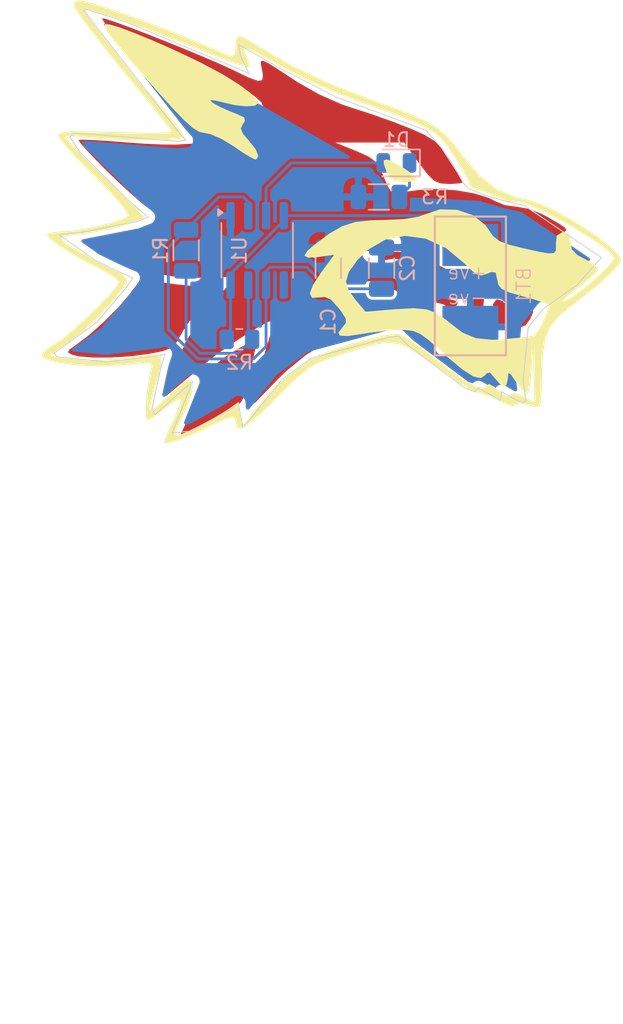
<source format=kicad_pcb>
(kicad_pcb (version 20240108) (generator "pcbnew") (generator_version "8.0")
  (layers (0 "F.Cu" signal) (31 "B.Cu" signal) (34 "B.Paste" user) (35 "F.Paste" user) (36 "B.SilkS" user "B.Silkscreen") (37 "F.SilkS" user "F.Silkscreen") (38 "B.Mask" user) (39 "F.Mask" user) (44 "Edge.Cuts" user))
  (net 0 "")
  (net 1 "+3V3")
  (net 2 "GND")
  (net 3 "Net-(U1-THR)")
  (net 4 "/OUT")
  (net 5 "Net-(D1-K)")
  (net 6 "Net-(U1-DIS)")
  (footprint "1_PCBARTSJCET:teeth F.Cu" (layer "F.Cu") (at 192.858129 145.199293)
    (property "Reference" "" (at 0 0 0) (layer "F.SilkS") (effects (font (size 1.27 1.27))))
    (property "Value" "")
    (fp_poly (pts (xy 2.448979 -50.49532) (xy 2.363938 -49.649095) (xy 2.135965 -49.022506) (xy 1.825806 -48.728115) (xy 1.545301 -48.820784) (xy 1.364711 -49.325908) (xy 1.428802 -50.065148) (xy 1.701695 -50.808927) (xy 1.902742 -51.107831) (xy 2.439892 -51.745744)) (fill solid) (layer "F.Cu"))
    (fp_poly (pts (xy -1.686963 -51.172038) (xy -1.379223 -50.862889) (xy -1.072446 -50.8) (xy -0.639628 -50.682998) (xy -0.546236 -50.529787) (xy -0.317486 -50.310244) (xy 0 -50.259574) (xy 0.443913 -50.153027) (xy 0.546237 -50.005309) (xy 0.373786 -49.656071) (xy 0.039867 -49.569897) (xy -0.119118 -49.691229) (xy -0.467418 -49.892784) (xy -1.138558 -50.082196) (xy -1.351299 -50.122079) (xy -2.236238 -50.357409) (xy -2.749113 -50.671495) (xy -2.835764 -51.004471) (xy -2.44203 -51.296469) (xy -2.42096 -51.304442) (xy -1.894584 -51.405806)) (fill solid) (layer "F.Cu"))
    (fp_poly (pts (xy 3.777831 -50.142183) (xy 3.823656 -50.042914) (xy 4.064467 -49.893982) (xy 4.657921 -49.805124) (xy 4.798597 -49.798913) (xy 5.478513 -49.748655) (xy 5.878313 -49.660863) (xy 5.901296 -49.645172) (xy 5.924211 -49.31899) (xy 5.71534 -48.841485) (xy 5.402973 -48.425298) (xy 5.1154 -48.283068) (xy 5.087008 -48.295494) (xy 4.440311 -48.463209) (xy 3.678411 -48.403457) (xy 3.339722 -48.271074) (xy 3.116173 -48.290628) (xy 3.015735 -48.749439) (xy 3.004302 -49.162776) (xy 3.069994 -49.920314) (xy 3.288523 -50.236929) (xy 3.413979 -50.259574)) (fill solid) (layer "F.Cu"))
    (fp_poly (pts (xy -5.592415 -52.410857) (xy -5.204273 -52.215327) (xy -4.885305 -52.237332) (xy -4.46645 -52.243076) (xy -4.369892 -52.125766) (xy -4.135423 -51.943547) (xy -3.66707 -51.880851) (xy -3.147866 -51.781728) (xy -3.051182 -51.435889) (xy -3.05569 -51.411082) (xy -3.33781 -50.989449) (xy -3.807754 -50.840536) (xy -4.212276 -51.038655) (xy -4.230853 -51.066243) (xy -4.606912 -51.238528) (xy -4.939113 -51.198101) (xy -5.372054 -51.189307) (xy -5.462365 -51.353732) (xy -5.677538 -51.558816) (xy -6.008602 -51.532344) (xy -6.450502 -51.567114) (xy -6.540469 -51.884202) (xy -6.250166 -52.33054) (xy -6.169476 -52.401311) (xy -5.785736 -52.57612)) (fill solid) (layer "F.Cu"))
    (fp_poly (pts (xy -3.325093 -53.613434) (xy -2.62502 -53.45269) (xy -2.222813 -53.263518) (xy -2.184946 -53.197379) (xy -1.955645 -53.006481) (xy -1.632853 -52.961702) (xy -1.094921 -52.826506) (xy -0.402923 -52.488897) (xy 0.285523 -52.050846) (xy 0.812798 -51.614323) (xy 1.021285 -51.281299) (xy 1.015859 -51.248134) (xy 0.701518 -50.941563) (xy 0.078066 -51.04456) (xy -0.204838 -51.169368) (xy -0.675001 -51.528098) (xy -0.819354 -51.831289) (xy -0.985314 -52.064898) (xy -1.541931 -52.03602) (xy -1.638709 -52.015957) (xy -2.222601 -51.947836) (xy -2.44115 -52.129424) (xy -2.458064 -52.296215) (xy -2.613959 -52.62815) (xy -3.004301 -52.613195) (xy -3.460098 -52.635817) (xy -3.550537 -52.873363) (xy -3.676354 -53.13076) (xy -4.136482 -53.145556) (xy -4.438172 -53.091138) (xy -5.011184 -52.992329) (xy -5.13339 -53.067539) (xy -4.895523 -53.350616) (xy -4.440179 -53.632969) (xy -3.75483 -53.668585)) (fill solid) (layer "F.Cu"))
  )
  (footprint "1_PCBARTSJCET:fr4 eyes F.Mask" (layer "F.Cu") (at 199 143.29)
    (property "Reference" "" (at 0 0 0) (layer "F.SilkS") (effects (font (size 1.27 1.27))))
    (property "Value" "")
  )
  (footprint "1_PCBARTSJCET:sjcet_copper_red F.Cu" (layer "F.Cu") (at 191.892907 146.419727)
    (property "Reference" "" (at 0 0 0) (layer "F.SilkS") (effects (font (size 1.27 1.27))))
    (property "Value" "")
    (fp_poly (pts (xy -12.962405 -47.91865) (xy -13.12809 -47.171998) (xy -13.308819 -46.213111) (xy -13.367174 -45.866575) (xy -13.586107 -44.987618) (xy -13.89541 -44.273011) (xy -14.031134 -44.08235) (xy -14.582575 -43.636116) (xy -15.446587 -43.093126) (xy -16.430373 -42.561727) (xy -17.341135 -42.150268) (xy -17.679674 -42.031944) (xy -18.289457 -41.849533) (xy -17.614063 -43.284873) (xy -17.241559 -44.172159) (xy -16.995109 -44.942333) (xy -16.936001 -45.300199) (xy -16.703221 -45.884056) (xy -16.079561 -46.596584) (xy -15.170319 -47.340448) (xy -14.08079 -48.018316) (xy -13.885884 -48.11965) (xy -12.765451 -48.685172)) (fill solid) (layer "F.Cu"))
    (fp_poly (pts (xy -24.560063 -62.855827) (xy -23.508019 -62.789095) (xy -22.291422 -62.692161) (xy -20.918021 -62.592842) (xy -19.64458 -62.536052) (xy -18.627265 -62.526732) (xy -18.08554 -62.559112) (xy -17.444367 -62.595955) (xy -16.908943 -62.440067) (xy -16.287318 -62.013448) (xy -15.863263 -61.656099) (xy -14.656634 -60.609441) (xy -16.27294 -59.526754) (xy -17.554052 -58.703442) (xy -18.64597 -58.069454) (xy -19.462332 -57.671987) (xy -19.880065 -57.555319) (xy -20.213231 -57.716846) (xy -20.79413 -58.128898) (xy -21.173872 -58.43351) (xy -21.90801 -59.07667) (xy -22.750671 -59.860467) (xy -23.615822 -60.698561) (xy -24.417434 -61.504614) (xy -25.069473 -62.192284) (xy -25.48591 -62.675231) (xy -25.588079 -62.863566) (xy -25.290428 -62.882575)) (fill solid) (layer "F.Cu"))
    (fp_poly (pts (xy -20.348675 -52.808875) (xy -20.347311 -52.808576) (xy -19.647835 -52.690347) (xy -18.63578 -52.56016) (xy -17.647223 -52.457501) (xy -15.76649 -52.28617) (xy -16.77919 -51.088989) (xy -17.458412 -50.21391) (xy -18.067301 -49.310146) (xy -18.308919 -48.889127) (xy -18.636034 -48.333235) (xy -19.009151 -47.994632) (xy -19.592944 -47.778257) (xy -20.552088 -47.589052) (xy -20.564916 -47.58684) (xy -21.888796 -47.414742) (xy -23.273495 -47.326784) (xy -24.557005 -47.324825) (xy -25.577314 -47.410724) (xy -26.047611 -47.523907) (xy -26.342136 -47.687754) (xy -26.252988 -47.891897) (xy -25.774493 -48.228792) (xy -24.846945 -48.925672) (xy -23.78904 -49.866244) (xy -22.774283 -50.883422) (xy -21.976179 -51.81012) (xy -21.793144 -52.062828) (xy -21.333918 -52.652309) (xy -20.920316 -52.865976)) (fill solid) (layer "F.Cu"))
    (fp_poly (pts (xy -23.627407 -71.495895) (xy -22.937191 -71.266834) (xy -21.933557 -70.89962) (xy -20.710839 -70.431599) (xy -19.36337 -69.90012) (xy -17.985484 -69.342531) (xy -16.671514 -68.796181) (xy -15.515794 -68.298416) (xy -14.612658 -67.886585) (xy -14.414777 -67.790209) (xy -13.394104 -67.301562) (xy -12.772269 -67.07789) (xy -12.470306 -67.122256) (xy -12.409252 -67.437726) (xy -12.476342 -67.86542) (xy -12.55585 -68.257153) (xy -12.558245 -68.484963) (xy -12.411639 -68.524262) (xy -12.044142 -68.350461) (xy -11.383866 -67.938971) (xy -10.35892 -67.265202) (xy -9.968817 -67.007749) (xy -8.444414 -66.136177) (xy -6.795067 -65.40708) (xy -6.008602 -65.139604) (xy -4.646407 -64.702245) (xy -3.139316 -64.168502) (xy -1.969324 -63.716114) (xy -0.903761 -63.248444) (xy -0.184821 -62.818963) (xy 0.358973 -62.294649) (xy 0.899099 -61.542479) (xy 0.966697 -61.438501) (xy 1.453671 -60.666647) (xy 1.794894 -60.090109) (xy 1.911828 -59.846881) (xy 1.669958 -59.764021) (xy 1.068913 -59.719469) (xy 0.867111 -59.717021) (xy 0.273556 -59.75801) (xy -0.178806 -59.948479) (xy -0.63475 -60.389679) (xy -1.239053 -61.182865) (xy -1.249556 -61.197364) (xy -2.321505 -62.677707) (xy -4.779569 -62.675233) (xy -7.237634 -62.672759) (xy -5.743029 -62.073081) (xy -4.862124 -61.67865) (xy -4.332985 -61.283009) (xy -3.984954 -60.727126) (xy -3.794654 -60.257447) (xy -3.485087 -59.550285) (xy -3.207747 -59.118369) (xy -3.104313 -59.054363) (xy -2.722975 -59.096934) (xy -1.981857 -59.193691) (xy -1.284676 -59.289719) (xy -0.01592 -59.360521) (xy 1.374262 -59.269018) (xy 2.700512 -59.042625) (xy 3.777473 -58.70876) (xy 4.215579 -58.47617) (xy 4.873002 -58.209097) (xy 5.69198 -58.095775) (xy 5.70398 -58.095744) (xy 6.50232 -57.957123) (xy 7.456398 -57.604835) (xy 7.896435 -57.38067) (xy 8.737074 -56.895844) (xy 9.174353 -56.602682) (xy 9.276322 -56.419835) (xy 9.111033 -56.265955) (xy 8.919374 -56.157841) (xy 8.558638 -55.74265) (xy 8.585455 -55.232363) (xy 8.655947 -54.8717) (xy 8.581365 -54.671023) (xy 8.270195 -54.621595) (xy 7.630924 -54.71468) (xy 6.572039 -54.941539) (xy 6.263971 -55.010718) (xy 5.178691 -55.291745) (xy 4.462776 -55.596882) (xy 3.943344 -56.015442) (xy 3.653022 -56.359543) (xy 2.698081 -57.222584) (xy 1.560319 -57.662945) (xy 0.374824 -57.642566) (xy -0.199511 -57.44493) (xy -1.251375 -57.151979) (xy -2.815537 -57.021953) (xy -3.369773 -57.014893) (xy -4.550177 -56.994432) (xy -5.368841 -56.905891) (xy -6.00956 -56.708532) (xy -6.656131 -56.361621) (xy -6.842765 -56.245143) (xy -7.649737 -55.687432) (xy -8.328668 -55.139806) (xy -8.555426 -54.917966) (xy -8.850037 -54.564205) (xy -8.806077 -54.447831) (xy -8.342889 -54.520016) (xy -8.016858 -54.591933) (xy -7.333892 -54.717796) (xy -6.923443 -54.743433) (xy -6.885138 -54.729622) (xy -6.981624 -54.480686) (xy -7.326994 -53.924076) (xy -7.790724 -53.258384) (xy -8.791024 -51.880851) (xy -7.959949 -51.880851) (xy -7.27094 -51.741417) (xy -6.658447 -51.248289) (xy -6.399271 -50.934469) (xy -6.002945 -50.337985) (xy -5.903988 -49.865081) (xy -6.152804 -49.435128) (xy -6.799798 -48.967496) (xy -7.895372 -48.381556) (xy -8.040647 -48.308806) (xy -9.367875 -47.487099) (xy -10.749018 -46.357688) (xy -11.361745 -45.761288) (xy -13.027791 -44.039587) (xy -12.800974 -45.470593) (xy -12.571097 -46.580918) (xy -12.236616 -47.824134) (xy -12.037273 -48.44548) (xy -11.786818 -49.254133) (xy -11.672498 -49.813048) (xy -11.706584 -49.989361) (xy -12.0997 -49.842997) (xy -12.809434 -49.456233) (xy -13.711403 -48.907568) (xy -14.681222 -48.275497) (xy -15.594509 -47.638517) (xy -16.32688 -47.075124) (xy -16.334569 -47.068707) (xy -17.205797 -46.342345) (xy -18.079924 -45.616134) (xy -18.450795 -45.309123) (xy -19.373402 -44.546971) (xy -18.946767 -45.984655) (xy -17.921482 -48.486659) (xy -16.396801 -50.775639) (xy -15.77258 -51.495688) (xy -15.131826 -52.207366) (xy -14.668202 -52.754547) (xy -14.476108 -53.025508) (xy -14.475268 -53.031063) (xy -14.724153 -53.077514) (xy -15.377989 -53.077324) (xy -16.297552 -53.03073) (xy -16.337915 -53.027903) (xy -18.173411 -53.019811) (xy -19.925468 -53.294647) (xy -21.769327 -53.890021) (xy -23.149108 -54.489687) (xy -25.261924 -55.481638) (xy -23.599255 -55.817184) (xy -21.409469 -56.427809) (xy -19.101381 -57.36498) (xy -16.896278 -58.531947) (xy -15.856923 -59.202233) (xy -14.987279 -59.827673) (xy -14.321651 -60.346767) (xy -13.963531 -60.677085) (xy -13.92956 -60.737357) (xy -14.138164 -60.980158) (xy -14.680716 -61.416695) (xy -15.331152 -61.877766) (xy -16.234612 -62.576739) (xy -17.25488 -63.499968) (xy -18.16849 -64.444787) (xy -19.138822 -65.558164) (xy -20.153805 -66.752565) (xy -21.154686 -67.955287) (xy -22.082713 -69.093628) (xy -22.879134 -70.094886) (xy -23.257792 -70.589383) (xy -22.741807 -70.589383) (xy -22.62915 -70.325306) (xy -22.21343 -69.782323) (xy -21.479248 -68.908034) (xy -20.786915 -68.093617) (xy -19.218112 -66.294051) (xy -17.930065 -64.926672) (xy -16.90253 -63.972694) (xy -16.11526 -63.413329) (xy -15.548014 -63.229792) (xy -15.545566 -63.229787) (xy -14.899283 -63.064344) (xy -14.111516 -62.64702) (xy -13.792473 -62.419149) (xy -13.017713 -61.860054) (xy -12.570807 -61.642966) (xy -12.481136 -61.767163) (xy -12.77808 -62.231923) (xy -12.948839 -62.439881) (xy -13.455976 -63.081089) (xy -13.62373 -63.486647) (xy -13.490127 -63.81159) (xy -13.328172 -63.986383) (xy -13.174824 -64.24337) (xy -13.509015 -64.310638) (xy -13.936928 -64.42029) (xy -14.584748 -64.69499) (xy -15.297632 -65.053359) (xy -15.920739 -65.414014) (xy -16.299226 -65.695575) (xy -16.33989 -65.798477) (xy -16.049254 -65.784926) (xy -15.392261 -65.657085) (xy -14.756778 -65.504442) (xy -13.827738 -65.289852) (xy -13.047478 -65.150805) (xy -12.72594 -65.121276) (xy -12.395545 -65.226774) (xy -12.503991 -65.520159) (xy -12.992349 -65.96677) (xy -13.80169 -66.531948) (xy -14.873084 -67.181031) (xy -16.147601 -67.87936) (xy -17.566313 -68.592272) (xy -19.070289 -69.285108) (xy -20.600601 -69.923207) (xy -21.415394 -70.23217) (xy -22.119529 -70.490415) (xy -22.5668 -70.626952) (xy -22.741807 -70.589383) (xy -23.257792 -70.589383) (xy -23.485198 -70.886357) (xy -23.842152 -71.39534) (xy -23.909871 -71.549453)) (fill solid) (layer "F.Cu"))
  )
  (footprint "1_PCBARTSJCET:lasttrysilkscreen kicad F.SilkS" (layer "F.Cu") (at 185.370124 92.791116)
    (property "Reference" "" (at 0 0 0) (layer "F.SilkS") (effects (font (size 1.27 1.27))))
    (property "Value" "")
    (fp_poly (pts (xy 3.375085 -7.697882) (xy 3.97044 -7.363128) (xy 4.579684 -6.952079) (xy 5.020307 -6.584902) (xy 5.130697 -6.417554) (xy 4.895225 -6.283974) (xy 4.311398 -6.216783) (xy 4.181609 -6.214894) (xy 3.480067 -6.29704) (xy 3.098985 -6.621472) (xy 2.965652 -6.908017) (xy 2.750776 -7.519301) (xy 2.743287 -7.779171) (xy 2.944861 -7.835952) (xy 2.976129 -7.836171)) (fill solid) (layer "F.SilkS"))
    (fp_poly (pts (xy -16.860658 -17.474909) (xy -16.13079 -17.259318) (xy -15.086756 -16.873806) (xy -13.813997 -16.352568) (xy -12.397952 -15.7298) (xy -10.924059 -15.039699) (xy -10.243966 -14.705966) (xy -8.829186 -13.951874) (xy -7.650725 -13.228144) (xy -6.78138 -12.5861) (xy -6.293945 -12.077064) (xy -6.214894 -11.865342) (xy -6.451391 -11.678637) (xy -7.062455 -11.629884) (xy -7.900445 -11.717896) (xy -8.630696 -11.884741) (xy -9.263297 -12.038766) (xy -9.622148 -12.074274) (xy -9.641803 -12.06529) (xy -9.499096 -11.89482) (xy -8.984194 -11.606404) (xy -8.231695 -11.269761) (xy -7.739248 -11.079822) (xy -7.231142 -10.841061) (xy -7.170598 -10.58962) (xy -7.30757 -10.388944) (xy -7.469716 -10.046472) (xy -7.302696 -9.653963) (xy -6.93162 -9.230232) (xy -6.421551 -8.589753) (xy -6.215384 -8.093988) (xy -6.349969 -7.846912) (xy -6.437543 -7.836171) (xy -6.760945 -7.98193) (xy -7.373722 -8.360187) (xy -7.990403 -8.781915) (xy -8.83689 -9.298787) (xy -9.628454 -9.642057) (xy -10.052958 -9.72766) (xy -10.439482 -9.807997) (xy -10.903424 -10.088634) (xy -11.514232 -10.629014) (xy -12.34135 -11.488576) (xy -13.130966 -12.362235) (xy -14.552443 -13.969498) (xy -15.63581 -15.221297) (xy -16.412135 -16.156842) (xy -16.912485 -16.815345) (xy -17.167928 -17.236016) (xy -17.20953 -17.458064) (xy -17.190922 -17.486384)) (fill solid) (layer "F.SilkS"))
    (fp_poly (pts (xy -18.412864 -19.089345) (xy -17.524795 -18.82635) (xy -16.340624 -18.432555) (xy -14.96259 -17.944394) (xy -13.49293 -17.398303) (xy -12.033884 -16.830714) (xy -10.687689 -16.278063) (xy -10.403192 -16.156212) (xy -9.447273 -15.744673) (xy -8.664338 -15.410764) (xy -8.204838 -15.218594) (xy -8.173937 -15.20628) (xy -7.917009 -15.323014) (xy -7.836171 -15.913644) (xy -7.80941 -16.441612) (xy -7.664767 -16.665077) (xy -7.305703 -16.585656) (xy -6.635675 -16.204967) (xy -6.214894 -15.940805) (xy -3.774503 -14.525162) (xy -1.189747 -13.298082) (xy 1.736792 -12.165904) (xy 1.756382 -12.158996) (xy 3.505834 -11.530936) (xy 4.833775 -11.012694) (xy 5.832992 -10.548081) (xy 6.596271 -10.080902) (xy 7.216398 -9.554967) (xy 7.786157 -8.914084) (xy 8.353617 -8.163645) (xy 9.567369 -6.721634) (xy 10.80557 -5.744963) (xy 12.168535 -5.163894) (xy 12.897636 -5.004843) (xy 13.740145 -4.759266) (xy 14.790406 -4.296214) (xy 15.94596 -3.680887) (xy 17.104346 -2.978486) (xy 18.163105 -2.254212) (xy 19.019777 -1.573266) (xy 19.571903 -1.000848) (xy 19.725531 -0.659873) (xy 19.510368 -0.257417) (xy 18.904925 0.388228) (xy 17.969273 1.221513) (xy 16.763483 2.186892) (xy 16.138142 2.657446) (xy 15.240917 3.401372) (xy 14.638505 4.151432) (xy 14.276148 5.040643) (xy 14.099086 6.202024) (xy 14.05257 7.723581) (xy 14.030373 8.691513) (xy 13.973412 9.432187) (xy 13.893699 9.793859) (xy 13.888173 9.800479) (xy 13.545343 9.83377) (xy 13.015601 9.693549) (xy 12.417328 9.560709) (xy 12.211597 9.706696) (xy 11.933098 9.781454) (xy 11.317755 9.561119) (xy 11.125126 9.463657) (xy 10.300373 9.084077) (xy 9.537508 8.821859) (xy 9.421444 8.795) (xy 8.916881 8.578944) (xy 8.108356 8.10614) (xy 7.118137 7.452081) (xy 6.313997 6.876306) (xy 5.265404 6.111453) (xy 4.445519 5.594641) (xy 3.726748 5.311694) (xy 2.981496 5.248438) (xy 2.082166 5.390697) (xy 0.901164 5.724296) (xy -0.374758 6.133217) (xy -1.321527 6.455715) (xy -2.05297 6.769425) (xy -2.694636 7.159938) (xy -3.372074 7.712842) (xy -4.210831 8.513727) (xy -4.93748 9.243735) (xy -6.059357 10.34334) (xy -6.87319 11.048214) (xy -7.415773 11.379733) (xy -7.723902 11.359274) (xy -7.834373 11.008211) (xy -7.836171 10.927669) (xy -7.889349 10.651754) (xy -8.108373 10.575893) (xy -8.582477 10.71805) (xy -9.400893 11.096188) (xy -9.892364 11.341601) (xy -10.940406 11.831143) (xy -11.869985 12.194871) (xy -12.572826 12.397282) (xy -12.940653 12.402875) (xy -12.970213 12.350805) (xy -12.865358 12.050538) (xy -12.593838 11.414553) (xy -12.305806 10.779181) (xy -11.967469 9.994581) (xy -11.770952 9.429596) (xy -11.751477 9.235047) (xy -12.00278 9.326472) (xy -12.521805 9.681722) (xy -12.88277 9.966739) (xy -13.525551 10.458021) (xy -14.012441 10.761304) (xy -14.151124 10.80851) (xy -14.244703 10.567666) (xy -14.261402 9.948344) (xy -14.211845 9.105362) (xy -14.106652 8.193538) (xy -13.956446 7.367688) (xy -13.899663 7.143463) (xy -13.847064 6.866593) (xy -13.951092 6.719111) (xy -14.314229 6.684851) (xy -15.038956 6.747647) (xy -15.817819 6.840884) (xy -17.067423 6.927904) (xy -18.39791 6.912132) (xy -19.670817 6.807413) (xy -20.747684 6.627589) (xy -21.490047 6.386503) (xy -21.685778 6.254222) (xy -21.666908 6.147449) (xy -21.076052 6.147449) (xy -20.231909 6.316277) (xy -19.002242 6.454587) (xy -17.485814 6.469857) (xy -15.921001 6.366697) (xy -14.847277 6.212157) (xy -14.009246 6.096115) (xy -13.394105 6.08968) (xy -13.196945 6.150289) (xy -13.141939 6.51332) (xy -13.244277 7.19126) (xy -13.343523 7.571642) (xy -13.715315 8.843019) (xy -13.919074 9.642299) (xy -13.937638 10.016323) (xy -13.753842 10.011933) (xy -13.350526 9.675972) (xy -12.776324 9.11968) (xy -11.870415 8.294271) (xy -11.267883 7.898598) (xy -10.94996 7.928485) (xy -10.897877 8.379755) (xy -10.955124 8.714361) (xy -11.210719 9.554501) (xy -11.590469 10.469711) (xy -11.652125 10.595086) (xy -12.025032 11.360432) (xy -12.141099 11.76933) (xy -11.943319 11.849753) (xy -11.374683 11.629672) (xy -10.461762 11.179175) (xy -9.541746 10.690564) (xy -8.710976 10.207684) (xy -8.34183 9.968164) (xy -7.631532 9.46734) (xy -7.462578 10.31211) (xy -7.293624 11.15688) (xy -6.510112 10.075272) (xy -4.859107 8.158343) (xy -3.025469 6.727666) (xy -2.002936 6.172042) (xy -0.937138 5.740299) (xy 0.363305 5.316998) (xy 1.713665 4.952182) (xy 2.929216 4.695894) (xy 3.806247 4.598308) (xy 4.206627 4.757139) (xy 4.889595 5.183154) (xy 5.72596 5.79354) (xy 5.964464 5.981734) (xy 7.422403 7.118082) (xy 8.525936 7.897624) (xy 9.308547 8.339852) (xy 9.803721 8.464258) (xy 10.019255 8.341996) (xy 10.262539 8.182996) (xy 10.66232 8.391478) (xy 10.966451 8.653889) (xy 11.520099 9.064731) (xy 11.798042 9.021579) (xy 11.812502 8.988587) (xy 12.01796 8.812133) (xy 12.484737 8.946849) (xy 12.721179 9.06308) (xy 13.510638 9.471325) (xy 13.458573 7.505343) (xy 13.406509 5.539361) (xy 13.310573 7.228191) (xy 13.227248 8.103211) (xy 13.104898 8.713549) (xy 12.983854 8.917021) (xy 12.703195 8.710356) (xy 12.296318 8.19785) (xy 12.190661 8.038829) (xy 11.83077 7.510107) (xy 11.667675 7.41076) (xy 11.624508 7.704154) (xy 11.623701 7.768617) (xy 11.524035 8.243352) (xy 11.364258 8.376595) (xy 11.03603 8.17772) (xy 10.681108 7.768617) (xy 10.339389 7.3758) (xy 10.104672 7.42007) (xy 10.009605 7.550594) (xy 9.681436 7.773178) (xy 9.152474 7.6517) (xy 8.381466 7.163902) (xy 7.327158 6.287527) (xy 6.829404 5.834799) (xy 5.978688 5.07409) (xy 5.361066 4.621047) (xy 4.83085 4.397872) (xy 4.242353 4.326764) (xy 3.999149 4.323404) (xy 3.024637 4.376257) (xy 1.861838 4.511155) (xy 1.239133 4.612201) (xy 0.184734 4.767138) (xy -0.384865 4.742887) (xy -0.497861 4.530243) (xy -0.203829 4.141214) (xy 0.04229 3.825663) (xy 0.018747 3.500761) (xy -0.308627 2.990453) (xy -0.468244 2.778754) (xy -1.015497 2.176322) (xy -1.487246 1.976267) (xy -1.785495 2.009757) (xy -2.372291 2.038775) (xy -2.540775 1.727551) (xy -2.290962 1.077986) (xy -2.158315 0.876997) (xy 0.047982 0.876997) (xy 0.254412 1.53102) (xy 0.725261 2.171523) (xy 1.450522 3.033447) (xy 3.547934 2.850487) (xy 4.862707 2.779789) (xy 5.813413 2.865021) (xy 6.56383 3.146182) (xy 7.277735 3.66327) (xy 7.430851 3.798794) (xy 8.383541 4.526928) (xy 9.345152 4.920359) (xy 10.501543 5.033163) (xy 11.484042 4.978096) (xy 12.439491 4.880199) (xy 13.163168 4.788823) (xy 13.505812 4.722945) (xy 13.510638 4.720438) (xy 13.769257 4.403333) (xy 14.083506 3.827625) (xy 14.363402 3.190764) (xy 14.51896 2.690201) (xy 14.509053 2.52962) (xy 14.177144 2.378602) (xy 13.477356 2.151039) (xy 12.641696 1.917809) (xy 11.710525 1.651005) (xy 11.184716 1.408864) (xy 10.93974 1.109861) (xy 10.859407 0.751019) (xy 10.746644 0.2507) (xy 10.466366 0.186538) (xy 10.132241 0.319714) (xy 9.698296 0.448856) (xy 9.307411 0.323974) (xy 8.79622 -0.126372) (xy 8.567755 -0.364443) (xy 7.199504 -1.50895) (xy 5.743293 -2.183131) (xy 4.270829 -2.384352) (xy 2.853817 -2.109982) (xy 1.563965 -1.357387) (xy 0.857981 -0.647535) (xy 0.246651 0.204343) (xy 0.047982 0.876997) (xy -2.158315 0.876997) (xy -1.77097 0.290083) (xy -0.801457 -1.030658) (xy -1.886899 -0.88507) (xy -2.658479 -0.833358) (xy -2.92593 -0.970703) (xy -2.700156 -1.322465) (xy -2.244906 -1.717494) (xy -1.128568 -2.555697) (xy -0.203177 -3.0843) (xy 0.72473 -3.373555) (xy 1.848618 -3.493716) (xy 2.702127 -3.513908) (xy 4.160964 -3.58075) (xy 5.218701 -3.748541) (xy 5.674468 -3.918086) (xy 6.775954 -4.278165) (xy 7.977016 -4.247866) (xy 9.106422 -3.867112) (xy 9.992941 -3.175827) (xy 10.219867 -2.858275) (xy 10.571353 -2.356918) (xy 11.006765 -2.018865) (xy 11.679273 -1.759725) (xy 12.660503 -1.51358) (xy 13.804189 -1.258761) (xy 14.51819 -1.13551) (xy 14.900003 -1.156493) (xy 15.047127 -1.334374) (xy 15.057058 -1.681818) (xy 15.047679 -1.823662) (xy 15.11623 -2.404571) (xy 15.491078 -2.63621) (xy 15.548775 -2.645754) (xy 15.952239 -2.597732) (xy 16.085885 -2.200136) (xy 16.0892 -1.977012) (xy 16.186183 -1.425782) (xy 16.586597 -1.019658) (xy 17.090957 -0.747475) (xy 17.721412 -0.394256) (xy 18.075935 -0.091578) (xy 18.104255 -0.02058) (xy 17.906353 0.268603) (xy 17.398171 0.747697) (xy 16.955851 1.106226) (xy 16.068475 1.802561) (xy 15.599882 2.206676) (xy 15.55641 2.311747) (xy 15.944399 2.110947) (xy 16.120729 2.005365) (xy 16.810356 1.525022) (xy 17.580203 0.898916) (xy 18.3102 0.237419) (xy 18.880276 -0.349097) (xy 19.170359 -0.750262) (xy 19.185106 -0.811462) (xy 18.957448 -1.1437) (xy 18.344779 -1.642741) (xy 17.452555 -2.24845) (xy 16.386232 -2.900691) (xy 15.251265 -3.539327) (xy 14.153112 -4.104223) (xy 13.197228 -4.535242) (xy 12.489069 -4.772249) (xy 12.204294 -4.792246) (xy 11.686692 -4.840481) (xy 10.957588 -5.087371) (xy 10.751722 -5.182149) (xy 10.015939 -5.496198) (xy 9.432662 -5.665142) (xy 9.333105 -5.674469) (xy 8.967081 -5.842192) (xy 8.917021 -5.993396) (xy 8.777639 -6.361329) (xy 8.40956 -7.039448) (xy 7.887882 -7.890986) (xy 7.803154 -8.021952) (xy 7.348741 -8.69496) (xy 6.918525 -9.230457) (xy 6.431717 -9.675238) (xy 5.807526 -10.076102) (xy 4.965164 -10.479845) (xy 3.82384 -10.933264) (xy 2.302764 -11.483156) (xy 1.099751 -11.904858) (xy -0.460874 -12.501389) (xy -2.140321 -13.227734) (xy -3.704146 -13.978686) (xy -4.620383 -14.471795) (xy -5.652711 -15.052355) (xy -6.499663 -15.502506) (xy -7.061349 -15.770814) (xy -7.238353 -15.819804) (xy -7.204628 -15.536068) (xy -7.025532 -15.131915) (xy -6.835675 -14.635709) (xy -6.850892 -14.405846) (xy -7.141565 -14.445728) (xy -7.822236 -14.660862) (xy -8.785744 -15.014621) (xy -9.729752 -15.389848) (xy -11.20989 -15.983778) (xy -12.75161 -16.579935) (xy -14.270292 -17.148126) (xy -15.681314 -17.658157) (xy -16.900057 -18.079836) (xy -17.841899 -18.382969) (xy -18.422222 -18.537363) (xy -18.566399 -18.542822) (xy -18.463137 -18.287272) (xy -18.067754 -17.69457) (xy -17.438269 -16.839222) (xy -16.632699 -15.795731) (xy -15.709064 -14.638604) (xy -14.725382 -13.442346) (xy -13.739671 -12.281462) (xy -13.288007 -11.764522) (xy -12.521744 -10.865022) (xy -11.929278 -10.107898) (xy -11.579558 -9.585327) (xy -11.519448 -9.400161) (xy -11.835056 -9.308078) (xy -12.568693 -9.24527) (xy -13.598788 -9.211193) (xy -14.803769 -9.205302) (xy -16.062063 -9.227055) (xy -17.252097 -9.275907) (xy -18.2523 -9.351315) (xy -18.847341 -9.432933) (xy -19.541377 -9.524361) (xy -19.94987 -9.495368) (xy -19.995745 -9.445774) (xy -19.809583 -9.195504) (xy -19.297339 -8.647652) (xy -18.528372 -7.872988) (xy -17.572042 -6.942282) (xy -17.115855 -6.507336) (xy -16.110896 -5.541689) (xy -15.273914 -4.711909) (xy -14.67076 -4.085335) (xy -14.367284 -3.729302) (xy -14.346174 -3.675158) (xy -14.807805 -3.435311) (xy -15.64355 -3.15703) (xy -16.693052 -2.881858) (xy -17.795951 -2.651343) (xy -18.791889 -2.507031) (xy -18.889465 -2.498081) (xy -19.690445 -2.415289) (xy -20.152426 -2.304307) (xy -20.248136 -2.126431) (xy -19.950304 -1.842956) (xy -19.231657 -1.415175) (xy -18.064921 -0.804383) (xy -17.490058 -0.512016) (xy -16.479544 0.016454) (xy -15.880884 0.387169) (xy -15.614923 0.668138) (xy -15.602505 0.92737) (xy -15.660941 1.059549) (xy -16.134139 1.740161) (xy -16.896318 2.627492) (xy -17.816657 3.587932) (xy -18.764334 4.487867) (xy -19.60853 5.193687) (xy -19.92792 5.417554) (xy -21.076052 6.147449) (xy -21.666908 6.147449) (xy -21.635564 5.970095) (xy -21.12517 5.536862) (xy -20.739736 5.294982) (xy -20.108655 4.851122) (xy -19.308888 4.1857) (xy -18.438536 3.394224) (xy -17.595703 2.572197) (xy -16.878491 1.815127) (xy -16.385003 1.218517) (xy -16.212766 0.88787) (xy -16.435933 0.645908) (xy -17.008486 0.283701) (xy -17.496277 0.031131) (xy -18.552871 -0.513825) (xy -19.575303 -1.104344) (xy -20.454262 -1.669705) (xy -21.080439 -2.139188) (xy -21.344523 -2.442069) (xy -21.346809 -2.460084) (xy -21.106617 -2.610055) (xy -20.504859 -2.694971) (xy -20.237408 -2.702128) (xy -19.402939 -2.76783) (xy -18.367184 -2.939067) (xy -17.295587 -3.177039) (xy -16.353592 -3.442945) (xy -15.706646 -3.697982) (xy -15.554196 -3.800467) (xy -15.634478 -4.08462) (xy -16.084857 -4.680771) (xy -16.868527 -5.545262) (xy -17.918558 -6.605013) (xy -18.881179 -7.573198) (xy -19.684465 -8.432986) (xy -20.256377 -9.103326) (xy -20.52488 -9.503169) (xy -20.536171 -9.550109) (xy -20.45981 -9.698776) (xy -20.181105 -9.795938) (xy -19.625618 -9.846051) (xy -18.718914 -9.853572) (xy -17.386555 -9.822959) (xy -16.482979 -9.792819) (xy -15.073081 -9.75337) (xy -13.876424 -9.739953) (xy -12.986279 -9.752018) (xy -12.49591 -9.789012) (xy -12.429788 -9.816822) (xy -12.593873 -10.074648) (xy -13.043339 -10.663284) (xy -13.714004 -11.501395) (xy -14.541683 -12.507647) (xy -14.752987 -12.760861) (xy -16.138987 -14.437803) (xy -17.328323 -15.918165) (xy -18.286877 -17.157105) (xy -18.980532 -18.109778) (xy -19.375171 -18.731342) (xy -19.45532 -18.941668) (xy -19.228249 -19.138052) (xy -18.902593 -19.185107)) (fill solid) (layer "F.SilkS"))
  )
  (footprint "1_PCBARTSJCET:teeth_for _expose F.Mask" (layer "F.Cu") (at 192.958129 145.319293)
    (property "Reference" "" (at 0 0 0) (layer "F.SilkS") (effects (font (size 1.27 1.27))))
    (property "Value" "")
  )
  (footprint "Resistor_SMD:R_1206_3216Metric" (layer "B.Cu") (at 187.7675 87.63 180)
    (property "Reference" "R3" (at -4.0025 0 0) (layer "B.SilkS") (effects (justify mirror)))
    (property "Value" "270")
    (fp_line (start 0.727064 0.91) (end -0.727064 0.91) (stroke (width 0.12)) (layer "B.SilkS"))
    (fp_line (start 0.727064 -0.91) (end -0.727064 -0.91) (stroke (width 0.12)) (layer "B.SilkS"))
    (pad "1" smd roundrect (at -1.4625 0 180) (size 1.125 1.75) (layers "B.Cu" "B.Paste" "B.Mask") (roundrect_rratio 0.222222) (net 5 "Net-(D1-K)"))
    (pad "2" smd roundrect (at 1.4625 0 180) (size 1.125 1.75) (layers "B.Cu" "B.Paste" "B.Mask") (roundrect_rratio 0.222222) (net 2 "GND"))
  )
  (footprint "Capacitor_SMD:C_1206_3216Metric" (layer "B.Cu") (at 187.96 92.71 90)
    (property "Reference" "C2" (at 0 1.85 90) (layer "B.SilkS") (effects (justify mirror)))
    (property "Value" "1uf")
    (fp_line (start 0.711252 -0.91) (end -0.711252 -0.91) (stroke (width 0.12)) (layer "B.SilkS"))
    (fp_line (start 0.711252 0.91) (end -0.711252 0.91) (stroke (width 0.12)) (layer "B.SilkS"))
    (pad "1" smd roundrect (at -1.475 0 90) (size 1.15 1.8) (layers "B.Cu" "B.Paste" "B.Mask") (roundrect_rratio 0.217391) (net 3 "Net-(U1-THR)"))
    (pad "2" smd roundrect (at 1.475 0 90) (size 1.15 1.8) (layers "B.Cu" "B.Paste" "B.Mask") (roundrect_rratio 0.217391) (net 2 "GND"))
  )
  (footprint "Battery_smd_pad_vinvout:battery_pads" (layer "B.Cu") (at 186.69 93.345 -90)
    (property "Reference" "BT1" (at 0.635 -11.43 90) (layer "B.SilkS") (effects (font (thickness 0.1)) (justify mirror)))
    (property "Value" "3V")
    (fp_rect (start -4.318 -5.08) (end 5.588 -10.16) (stroke (width 0.15)) (fill none) (layer "B.SilkS"))
    (fp_text user "-ve" (at 2.032 -8.89 0) (layer "B.SilkS") (effects (font (thickness 0.1)) (justify left bottom mirror)))
    (fp_text user "+ve" (at 0.254 -8.89 0) (layer "B.SilkS") (effects (font (thickness 0.1)) (justify left bottom mirror)))
    (pad "1" smd rect (at -2.286 -7.62 270) (size 3 4) (layers "B.Cu" "B.Paste" "B.Mask") (net 1 "+3V3"))
    (pad "2" smd rect (at 3.556 -7.62 270) (size 3 4) (layers "B.Cu" "B.Paste" "B.Mask") (net 2 "GND"))
  )
  (footprint "Resistor_SMD:R_0805_2012Metric" (layer "B.Cu") (at 177.8 97.79)
    (property "Reference" "R2" (at 0 1.65 0) (layer "B.SilkS") (effects (justify mirror)))
    (property "Value" "100k")
    (fp_line (start 0.227064 -0.735) (end -0.227064 -0.735) (stroke (width 0.12)) (layer "B.SilkS"))
    (fp_line (start 0.227064 0.735) (end -0.227064 0.735) (stroke (width 0.12)) (layer "B.SilkS"))
    (pad "1" smd roundrect (at -0.9125 0) (size 1.025 1.4) (layers "B.Cu" "B.Paste" "B.Mask") (roundrect_rratio 0.243902) (net 1 "+3V3"))
    (pad "2" smd roundrect (at 0.9125 0) (size 1.025 1.4) (layers "B.Cu" "B.Paste" "B.Mask") (roundrect_rratio 0.243902) (net 6 "Net-(U1-DIS)"))
  )
  (footprint "Package_SO:SOIC-8_3.9x4.9mm_P1.27mm" (layer "B.Cu") (at 179.07 91.44 -90)
    (property "Reference" "U1" (at 0 1.27 90) (layer "B.SilkS") (effects (justify mirror)))
    (property "Value" "NA555D")
    (fp_line (start -1.95 2.56) (end 0 2.56) (stroke (width 0.12)) (layer "B.SilkS"))
    (fp_line (start 1.95 2.56) (end 0 2.56) (stroke (width 0.12)) (layer "B.SilkS"))
    (fp_line (start -1.95 -2.56) (end 0 -2.56) (stroke (width 0.12)) (layer "B.SilkS"))
    (fp_line (start 1.95 -2.56) (end 0 -2.56) (stroke (width 0.12)) (layer "B.SilkS"))
    (fp_poly (pts (xy -2.7 2.465) (xy -2.94 2.795) (xy -2.46 2.795) (xy -2.7 2.465)) (stroke (width 0.12)) (fill solid) (layer "B.SilkS"))
    (pad "1" smd roundrect (at -2.475 1.905 270) (size 1.95 0.6) (layers "B.Cu" "B.Paste" "B.Mask") (net 2 "GND"))
    (pad "2" smd roundrect (at -2.475 0.635 270) (size 1.95 0.6) (layers "B.Cu" "B.Paste" "B.Mask") (net 3 "Net-(U1-THR)"))
    (pad "3" smd roundrect (at -2.475 -0.635 270) (size 1.95 0.6) (layers "B.Cu" "B.Paste" "B.Mask") (net 4 "/OUT"))
    (pad "4" smd roundrect (at -2.475 -1.905 270) (size 1.95 0.6) (layers "B.Cu" "B.Paste" "B.Mask") (net 1 "+3V3"))
    (pad "5" smd roundrect (at 2.475 -1.905 270) (size 1.95 0.6) (layers "B.Cu" "B.Paste" "B.Mask"))
    (pad "6" smd roundrect (at 2.475 -0.635 270) (size 1.95 0.6) (layers "B.Cu" "B.Paste" "B.Mask") (net 3 "Net-(U1-THR)"))
    (pad "7" smd roundrect (at 2.475 0.635 270) (size 1.95 0.6) (layers "B.Cu" "B.Paste" "B.Mask") (net 6 "Net-(U1-DIS)"))
    (pad "8" smd roundrect (at 2.475 1.905 270) (size 1.95 0.6) (layers "B.Cu" "B.Paste" "B.Mask") (net 1 "+3V3"))
  )
  (footprint "Resistor_SMD:R_1206_3216Metric" (layer "B.Cu") (at 173.99 91.44 -90)
    (property "Reference" "R1" (at 0 1.82 90) (layer "B.SilkS") (effects (justify mirror)))
    (property "Value" "470k")
    (fp_line (start 0.727064 0.91) (end -0.727064 0.91) (stroke (width 0.12)) (layer "B.SilkS"))
    (fp_line (start 0.727064 -0.91) (end -0.727064 -0.91) (stroke (width 0.12)) (layer "B.SilkS"))
    (pad "1" smd roundrect (at -1.4625 0 270) (size 1.125 1.75) (layers "B.Cu" "B.Paste" "B.Mask") (roundrect_rratio 0.222222) (net 3 "Net-(U1-THR)"))
    (pad "2" smd roundrect (at 1.4625 0 270) (size 1.125 1.75) (layers "B.Cu" "B.Paste" "B.Mask") (roundrect_rratio 0.222222) (net 6 "Net-(U1-DIS)"))
  )
  (footprint "Capacitor_SMD:C_1206_3216Metric" (layer "B.Cu") (at 184.15 92.71 90)
    (property "Reference" "C1" (at -3.81 0 90) (layer "B.SilkS") (effects (justify mirror)))
    (property "Value" "1uf")
    (fp_line (start 0.711252 -0.91) (end -0.711252 -0.91) (stroke (width 0.12)) (layer "B.SilkS"))
    (fp_line (start 0.711252 0.91) (end -0.711252 0.91) (stroke (width 0.12)) (layer "B.SilkS"))
    (pad "1" smd roundrect (at -1.475 0 90) (size 1.15 1.8) (layers "B.Cu" "B.Paste" "B.Mask") (roundrect_rratio 0.217391) (net 3 "Net-(U1-THR)"))
    (pad "2" smd roundrect (at 1.475 0 90) (size 1.15 1.8) (layers "B.Cu" "B.Paste" "B.Mask") (roundrect_rratio 0.217391) (net 2 "GND"))
  )
  (footprint "LED_SMD:LED_0805_2012Metric" (layer "B.Cu") (at 189.02 85.2 180)
    (property "Reference" "D1" (at 0 1.65 0) (layer "B.SilkS") (effects (justify mirror)))
    (property "Value" "LED")
    (fp_line (start 1 -0.96) (end -1.685 -0.96) (stroke (width 0.12)) (layer "B.SilkS"))
    (fp_line (start -1.685 0.96) (end 1 0.96) (stroke (width 0.12)) (layer "B.SilkS"))
    (fp_line (start -1.685 -0.96) (end -1.685 0.96) (stroke (width 0.12)) (layer "B.SilkS"))
    (pad "1" smd roundrect (at -0.9375 0 180) (size 0.975 1.4) (layers "B.Cu" "B.Paste" "B.Mask") (net 5 "Net-(D1-K)"))
    (pad "2" smd roundrect (at 0.9375 0 180) (size 0.975 1.4) (layers "B.Cu" "B.Paste" "B.Mask") (net 4 "/OUT"))
  )
  (gr_line (start 193.882918 101.252459) (end 194.635109 101.535542) (stroke (width 0.072)) (layer "Edge.Cuts"))
  (gr_line (start 191.121603 82.87299) (end 184.718247 80.497552) (stroke (width 0.072)) (layer "Edge.Cuts"))
  (gr_line (start 168.286565 99.41143) (end 172.215569 98.907344) (stroke (width 0.072)) (layer "Edge.Cuts"))
  (gr_line (start 180.647079 78.418401) (end 177.737829 76.737593) (stroke (width 0.072)) (layer "Edge.Cuts"))
  (gr_line (start 189.913954 98.26983) (end 193.882918 101.252459) (stroke (width 0.072)) (layer "Edge.Cuts"))
  (gr_line (start 172.485429 98.834087) (end 172.232698 99.615604) (stroke (width 0.072)) (layer "Edge.Cuts"))
  (gr_line (start 182.933507 99.145541) (end 188.514335 97.640093) (stroke (width 0.072)) (layer "Edge.Cuts"))
  (gr_line (start 165.962679 83.061371) (end 165.677541 83.348889) (stroke (width 0.072)) (layer "Edge.Cuts"))
  (gr_line (start 196.524414 101.809401) (end 196.542094 101.530923) (stroke (width 0.072)) (layer "Edge.Cuts"))
  (gr_line (start 195.381173 87.513912) (end 194.150207 87.015068) (stroke (width 0.072)) (layer "Edge.Cuts"))
  (gr_line (start 203.679223 91.963257) (end 198.180403 88.249893) (stroke (width 0.072)) (layer "Edge.Cuts"))
  (gr_line (start 167.599206 96.580581) (end 165.115246 98.380232) (stroke (width 0.072)) (layer "Edge.Cuts"))
  (gr_line (start 166.855277 74.226532) (end 166.686617 74.344835) (stroke (width 0.072)) (layer "Edge.Cuts"))
  (gr_line (start 166.686617 74.344835) (end 173.558585 83.123651) (stroke (width 0.072)) (layer "Edge.Cuts"))
  (gr_line (start 177.88158 77.559941) (end 178.337221 78.500067) (stroke (width 0.072)) (layer "Edge.Cuts"))
  (gr_line (start 169.635917 75.116459) (end 166.855241 74.226532) (stroke (width 0.072)) (layer "Edge.Cuts"))
  (gr_line (start 194.880863 101.251919) (end 195.305886 101.498991) (stroke (width 0.072)) (layer "Edge.Cuts"))
  (gr_line (start 169.76299 94.041332) (end 167.599206 96.580581) (stroke (width 0.072)) (layer "Edge.Cuts"))
  (gr_line (start 177.737829 76.737593) (end 177.88158 77.559941) (stroke (width 0.072)) (layer "Edge.Cuts"))
  (gr_line (start 169.197333 92.979764) (end 170.185417 93.404808) (stroke (width 0.072)) (layer "Edge.Cuts"))
  (gr_line (start 170.456307 89.388875) (end 166.536663 90.157306) (stroke (width 0.072)) (layer "Edge.Cuts"))
  (gr_line (start 177.734632 102.326562) (end 177.759533 102.662612) (stroke (width 0.072)) (layer "Edge.Cuts"))
  (gr_line (start 173.370723 83.654968) (end 165.962679 83.061371) (stroke (width 0.072)) (layer "Edge.Cuts"))
  (gr_line (start 199.498003 95.622729) (end 201.903837 93.941273) (stroke (width 0.072)) (layer "Edge.Cuts"))
  (gr_line (start 198.180403 88.249893) (end 196.667651 87.896042) (stroke (width 0.072)) (layer "Edge.Cuts"))
  (gr_line (start 178.034058 104.097395) (end 178.819751 103.169837) (stroke (width 0.072)) (layer "Edge.Cuts"))
  (gr_line (start 173.106094 101.974803) (end 174.457966 100.799648) (stroke (width 0.072)) (layer "Edge.Cuts"))
  (gr_line (start 171.548716 102.776213) (end 171.766372 103.170622) (stroke (width 0.072)) (layer "Edge.Cuts"))
  (gr_line (start 196.542094 101.530923) (end 197.144075 101.88949) (stroke (width 0.072)) (layer "Edge.Cuts"))
  (gr_line (start 198.084888 100.758305) (end 198.436741 96.964337) (stroke (width 0.072)) (layer "Edge.Cuts"))
  (gr_line (start 198.267909 102.208853) (end 198.084888 100.758305) (stroke (width 0.072)) (layer "Edge.Cuts"))
  (gr_line (start 177.138875 102.795578) (end 177.734632 102.326562) (stroke (width 0.072)) (layer "Edge.Cuts"))
  (gr_line (start 184.718247 80.497552) (end 180.647079 78.418401) (stroke (width 0.072)) (layer "Edge.Cuts"))
  (gr_line (start 173.558585 83.123651) (end 173.985682 83.590046) (stroke (width 0.072)) (layer "Edge.Cuts"))
  (gr_line (start 178.819751 103.169837) (end 180.853121 100.651871) (stroke (width 0.072)) (layer "Edge.Cuts"))
  (gr_line (start 193.361404 85.838346) (end 192.25188 84.125078) (stroke (width 0.072)) (layer "Edge.Cuts"))
  (gr_line (start 189.196243 97.577306) (end 189.913954 98.26983) (stroke (width 0.072)) (layer "Edge.Cuts"))
  (gr_line (start 178.215257 78.691115) (end 169.635917 75.116459) (stroke (width 0.072)) (layer "Edge.Cuts"))
  (gr_line (start 178.496539 78.885324) (end 178.215257 78.691115) (stroke (width 0.072)) (layer "Edge.Cuts"))
  (gr_line (start 170.185417 93.404808) (end 169.76299 94.041332) (stroke (width 0.072)) (layer "Edge.Cuts"))
  (gr_line (start 201.903837 93.941273) (end 203.679223 91.963257) (stroke (width 0.072)) (layer "Edge.Cuts"))
  (gr_line (start 166.536663 90.157306) (end 164.908188 90.327953) (stroke (width 0.072)) (layer "Edge.Cuts"))
  (gr_line (start 192.25188 84.125078) (end 191.121603 82.87299) (stroke (width 0.072)) (layer "Edge.Cuts"))
  (gr_line (start 194.635109 101.535542) (end 194.880863 101.251919) (stroke (width 0.072)) (layer "Edge.Cuts"))
  (gr_line (start 171.766372 103.170622) (end 173.106094 101.974803) (stroke (width 0.072)) (layer "Edge.Cuts"))
  (gr_line (start 164.562185 98.785026) (end 164.771179 99.046584) (stroke (width 0.072)) (layer "Edge.Cuts"))
  (gr_line (start 167.523192 92.167888) (end 169.197333 92.979764) (stroke (width 0.072)) (layer "Edge.Cuts"))
  (gr_line (start 198.000868 102.3093) (end 198.267909 102.208853) (stroke (width 0.072)) (layer "Edge.Cuts"))
  (gr_line (start 164.908188 90.327953) (end 167.523192 92.167888) (stroke (width 0.072)) (layer "Edge.Cuts"))
  (gr_line (start 165.115246 98.380232) (end 164.562185 98.785026) (stroke (width 0.072)) (layer "Edge.Cuts"))
  (gr_line (start 196.667651 87.896042) (end 195.381173 87.513912) (stroke (width 0.072)) (layer "Edge.Cuts"))
  (gr_line (start 188.514335 97.640093) (end 189.196243 97.577306) (stroke (width 0.072)) (layer "Edge.Cuts"))
  (gr_line (start 177.759533 102.662612) (end 178.034058 104.097395) (stroke (width 0.072)) (layer "Edge.Cuts"))
  (gr_line (start 172.215569 98.907344) (end 172.485429 98.834087) (stroke (width 0.072)) (layer "Edge.Cuts"))
  (gr_line (start 172.232698 99.615604) (end 171.548716 102.776213) (stroke (width 0.072)) (layer "Edge.Cuts"))
  (gr_line (start 178.337221 78.500067) (end 178.496539 78.885324) (stroke (width 0.072)) (layer "Edge.Cuts"))
  (gr_line (start 198.436741 96.964337) (end 199.498003 95.622729) (stroke (width 0.072)) (layer "Edge.Cuts"))
  (gr_line (start 193.900075 86.771135) (end 193.361404 85.838346) (stroke (width 0.072)) (layer "Edge.Cuts"))
  (gr_line (start 173.171999 104.049238) (end 172.985177 104.479514) (stroke (width 0.072)) (layer "Edge.Cuts"))
  (gr_line (start 180.853121 100.651871) (end 182.933507 99.145541) (stroke (width 0.072)) (layer "Edge.Cuts"))
  (gr_line (start 165.677541 83.348889) (end 166.427017 84.471333) (stroke (width 0.072)) (layer "Edge.Cuts"))
  (gr_line (start 173.985682 83.590046) (end 173.370723 83.654968) (stroke (width 0.072)) (layer "Edge.Cuts"))
  (gr_line (start 164.771179 99.046584) (end 168.286565 99.41143) (stroke (width 0.072)) (layer "Edge.Cuts"))
  (gr_line (start 195.305886 101.498991) (end 196.44862 102.155926) (stroke (width 0.072)) (layer "Edge.Cuts"))
  (gr_line (start 196.44862 102.155926) (end 196.524414 101.809401) (stroke (width 0.072)) (layer "Edge.Cuts"))
  (gr_line (start 174.457966 100.799648) (end 173.171999 104.049238) (stroke (width 0.072)) (layer "Edge.Cuts"))
  (gr_line (start 197.144075 101.88949) (end 198.000868 102.3093) (stroke (width 0.072)) (layer "Edge.Cuts"))
  (gr_line (start 171.276253 89.069577) (end 170.456307 89.388875) (stroke (width 0.072)) (layer "Edge.Cuts"))
  (gr_line (start 170.057751 88.039415) (end 171.276253 89.069577) (stroke (width 0.072)) (layer "Edge.Cuts"))
  (gr_line (start 166.427017 84.471333) (end 170.057751 88.039415) (stroke (width 0.072)) (layer "Edge.Cuts"))
  (gr_line (start 174.385311 104.334005) (end 177.138875 102.795578) (stroke (width 0.072)) (layer "Edge.Cuts"))
  (gr_line (start 194.150207 87.015068) (end 193.900075 86.771135) (stroke (width 0.072)) (layer "Edge.Cuts"))
  (gr_line (start 172.985177 104.479514) (end 174.385311 104.334005) (stroke (width 0.072)) (layer "Edge.Cuts"))
  (segment (start 177.165 97.5125) (end 176.8875 97.79) (width 0.2) (layer "B.Cu") (net 1))
  (segment (start 180.975 89.310552) (end 180.975 88.965) (width 0.2) (layer "B.Cu") (net 1))
  (segment (start 177.165 93.915) (end 177.165 97.5125) (width 0.2) (layer "B.Cu") (net 1))
  (segment (start 192.216 88.965) (end 194.31 91.059) (width 0.2) (layer "B.Cu") (net 1))
  (segment (start 177.165 93.915) (end 177.165 93.120552) (width 0.2) (layer "B.Cu") (net 1))
  (segment (start 180.975 88.965) (end 192.216 88.965) (width 0.2) (layer "B.Cu") (net 1))
  (segment (start 177.165 93.120552) (end 180.975 89.310552) (width 0.2) (layer "B.Cu") (net 1))
  (segment (start 178.074999 87.63) (end 176.3375 87.63) (width 0.2) (layer "B.Cu") (net 3))
  (segment (start 173.99 89.9775) (end 172.72 91.2475) (width 0.2) (layer "B.Cu") (net 3))
  (segment (start 180.005001 92.64) (end 182.605 92.64) (width 0.2) (layer "B.Cu") (net 3))
  (segment (start 178.809744 99.19) (end 179.705 98.294744) (width 0.2) (layer "B.Cu") (net 3))
  (segment (start 172.72 97.085686) (end 174.824314 99.19) (width 0.2) (layer "B.Cu") (net 3))
  (segment (start 184.15 94.185) (end 187.96 94.185) (width 0.2) (layer "B.Cu") (net 3))
  (segment (start 178.435 87.990001) (end 178.074999 87.63) (width 0.2) (layer "B.Cu") (net 3))
  (segment (start 179.705 98.294744) (end 179.705 93.915) (width 0.2) (layer "B.Cu") (net 3))
  (segment (start 172.72 91.2475) (end 172.72 97.085686) (width 0.2) (layer "B.Cu") (net 3))
  (segment (start 182.605 92.64) (end 184.15 94.185) (width 0.2) (layer "B.Cu") (net 3))
  (segment (start 174.824314 99.19) (end 178.809744 99.19) (width 0.2) (layer "B.Cu") (net 3))
  (segment (start 178.435 88.965) (end 178.435 87.990001) (width 0.2) (layer "B.Cu") (net 3))
  (segment (start 179.705 93.915) (end 179.705 92.940001) (width 0.2) (layer "B.Cu") (net 3))
  (segment (start 179.705 92.940001) (end 180.005001 92.64) (width 0.2) (layer "B.Cu") (net 3))
  (segment (start 176.3375 87.63) (end 173.99 89.9775) (width 0.2) (layer "B.Cu") (net 3))
  (segment (start 181.5 85.2) (end 179.705 86.995) (width 0.2) (layer "B.Cu") (net 4))
  (segment (start 188.0825 85.2) (end 181.5 85.2) (width 0.2) (layer "B.Cu") (net 4))
  (segment (start 179.705 86.995) (end 179.705 88.965) (width 0.2) (layer "B.Cu") (net 4))
  (segment (start 189.9575 86.9025) (end 189.23 87.63) (width 0.2) (layer "B.Cu") (net 5))
  (segment (start 189.9575 85.2) (end 189.9575 86.9025) (width 0.2) (layer "B.Cu") (net 5))
  (segment (start 188.9375 87.3375) (end 189.23 87.63) (width 0.2) (layer "B.Cu") (net 5))
  (segment (start 178.435 97.5125) (end 178.7125 97.79) (width 0.2) (layer "B.Cu") (net 6))
  (segment (start 173.99 92.9025) (end 173.99 97.79) (width 0.2) (layer "B.Cu") (net 6))
  (segment (start 173.99 97.79) (end 174.99 98.79) (width 0.2) (layer "B.Cu") (net 6))
  (segment (start 174.99 98.79) (end 177.7125 98.79) (width 0.2) (layer "B.Cu") (net 6))
  (segment (start 178.435 93.915) (end 178.435 97.5125) (width 0.2) (layer "B.Cu") (net 6))
  (segment (start 177.7125 98.79) (end 178.7125 97.79) (width 0.2) (layer "B.Cu") (net 6))
  (zone (net 2) (net_name "GND") (layer "B.Cu") (connect_pads (clearance 0)) (min_thickness 0.25) (fill yes (thermal_gap 0.5) (thermal_bridge_width 0.5))
    (polygon (pts (xy 166.26 73.57) (xy 187.53 85.76) (xy 188.86 87.6) (xy 204.95 88.41) (xy 205.22 107.27) (xy 161.26 106) (xy 160.69 77.16)))
  )
)
</source>
